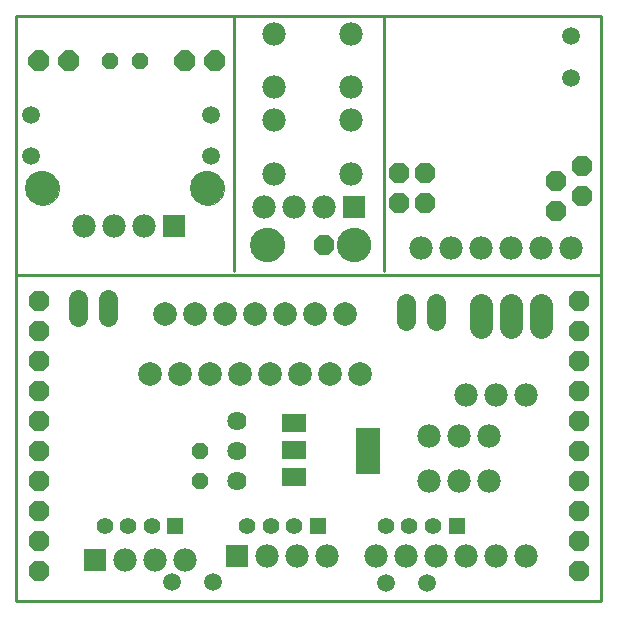
<source format=gbs>
G75*
G70*
%OFA0B0*%
%FSLAX24Y24*%
%IPPOS*%
%LPD*%
%AMOC8*
5,1,8,0,0,1.08239X$1,22.5*
%
%ADD10C,0.0000*%
%ADD11C,0.0100*%
%ADD12C,0.1142*%
%ADD13C,0.0788*%
%ADD14OC8,0.0670*%
%ADD15C,0.0640*%
%ADD16OC8,0.0560*%
%ADD17R,0.0830X0.0630*%
%ADD18R,0.0830X0.1540*%
%ADD19C,0.0640*%
%ADD20OC8,0.0700*%
%ADD21C,0.0780*%
%ADD22R,0.0555X0.0555*%
%ADD23C,0.0555*%
%ADD24C,0.0780*%
%ADD25R,0.0780X0.0780*%
%ADD26C,0.0591*%
D10*
X000750Y000138D02*
X000750Y010995D01*
X020252Y010995D01*
X020252Y000138D01*
X000750Y000138D01*
X000750Y000150D02*
X000750Y019650D01*
X020250Y019650D01*
X020250Y000150D01*
X000750Y000150D01*
X008574Y012025D02*
X008576Y012072D01*
X008582Y012118D01*
X008592Y012164D01*
X008605Y012209D01*
X008623Y012252D01*
X008644Y012294D01*
X008668Y012334D01*
X008696Y012371D01*
X008727Y012406D01*
X008761Y012439D01*
X008797Y012468D01*
X008836Y012494D01*
X008877Y012517D01*
X008920Y012536D01*
X008964Y012552D01*
X009009Y012564D01*
X009055Y012572D01*
X009102Y012576D01*
X009148Y012576D01*
X009195Y012572D01*
X009241Y012564D01*
X009286Y012552D01*
X009330Y012536D01*
X009373Y012517D01*
X009414Y012494D01*
X009453Y012468D01*
X009489Y012439D01*
X009523Y012406D01*
X009554Y012371D01*
X009582Y012334D01*
X009606Y012294D01*
X009627Y012252D01*
X009645Y012209D01*
X009658Y012164D01*
X009668Y012118D01*
X009674Y012072D01*
X009676Y012025D01*
X009674Y011978D01*
X009668Y011932D01*
X009658Y011886D01*
X009645Y011841D01*
X009627Y011798D01*
X009606Y011756D01*
X009582Y011716D01*
X009554Y011679D01*
X009523Y011644D01*
X009489Y011611D01*
X009453Y011582D01*
X009414Y011556D01*
X009373Y011533D01*
X009330Y011514D01*
X009286Y011498D01*
X009241Y011486D01*
X009195Y011478D01*
X009148Y011474D01*
X009102Y011474D01*
X009055Y011478D01*
X009009Y011486D01*
X008964Y011498D01*
X008920Y011514D01*
X008877Y011533D01*
X008836Y011556D01*
X008797Y011582D01*
X008761Y011611D01*
X008727Y011644D01*
X008696Y011679D01*
X008668Y011716D01*
X008644Y011756D01*
X008623Y011798D01*
X008605Y011841D01*
X008592Y011886D01*
X008582Y011932D01*
X008576Y011978D01*
X008574Y012025D01*
X006574Y013900D02*
X006576Y013947D01*
X006582Y013993D01*
X006592Y014039D01*
X006605Y014084D01*
X006623Y014127D01*
X006644Y014169D01*
X006668Y014209D01*
X006696Y014246D01*
X006727Y014281D01*
X006761Y014314D01*
X006797Y014343D01*
X006836Y014369D01*
X006877Y014392D01*
X006920Y014411D01*
X006964Y014427D01*
X007009Y014439D01*
X007055Y014447D01*
X007102Y014451D01*
X007148Y014451D01*
X007195Y014447D01*
X007241Y014439D01*
X007286Y014427D01*
X007330Y014411D01*
X007373Y014392D01*
X007414Y014369D01*
X007453Y014343D01*
X007489Y014314D01*
X007523Y014281D01*
X007554Y014246D01*
X007582Y014209D01*
X007606Y014169D01*
X007627Y014127D01*
X007645Y014084D01*
X007658Y014039D01*
X007668Y013993D01*
X007674Y013947D01*
X007676Y013900D01*
X007674Y013853D01*
X007668Y013807D01*
X007658Y013761D01*
X007645Y013716D01*
X007627Y013673D01*
X007606Y013631D01*
X007582Y013591D01*
X007554Y013554D01*
X007523Y013519D01*
X007489Y013486D01*
X007453Y013457D01*
X007414Y013431D01*
X007373Y013408D01*
X007330Y013389D01*
X007286Y013373D01*
X007241Y013361D01*
X007195Y013353D01*
X007148Y013349D01*
X007102Y013349D01*
X007055Y013353D01*
X007009Y013361D01*
X006964Y013373D01*
X006920Y013389D01*
X006877Y013408D01*
X006836Y013431D01*
X006797Y013457D01*
X006761Y013486D01*
X006727Y013519D01*
X006696Y013554D01*
X006668Y013591D01*
X006644Y013631D01*
X006623Y013673D01*
X006605Y013716D01*
X006592Y013761D01*
X006582Y013807D01*
X006576Y013853D01*
X006574Y013900D01*
X001074Y013900D02*
X001076Y013947D01*
X001082Y013993D01*
X001092Y014039D01*
X001105Y014084D01*
X001123Y014127D01*
X001144Y014169D01*
X001168Y014209D01*
X001196Y014246D01*
X001227Y014281D01*
X001261Y014314D01*
X001297Y014343D01*
X001336Y014369D01*
X001377Y014392D01*
X001420Y014411D01*
X001464Y014427D01*
X001509Y014439D01*
X001555Y014447D01*
X001602Y014451D01*
X001648Y014451D01*
X001695Y014447D01*
X001741Y014439D01*
X001786Y014427D01*
X001830Y014411D01*
X001873Y014392D01*
X001914Y014369D01*
X001953Y014343D01*
X001989Y014314D01*
X002023Y014281D01*
X002054Y014246D01*
X002082Y014209D01*
X002106Y014169D01*
X002127Y014127D01*
X002145Y014084D01*
X002158Y014039D01*
X002168Y013993D01*
X002174Y013947D01*
X002176Y013900D01*
X002174Y013853D01*
X002168Y013807D01*
X002158Y013761D01*
X002145Y013716D01*
X002127Y013673D01*
X002106Y013631D01*
X002082Y013591D01*
X002054Y013554D01*
X002023Y013519D01*
X001989Y013486D01*
X001953Y013457D01*
X001914Y013431D01*
X001873Y013408D01*
X001830Y013389D01*
X001786Y013373D01*
X001741Y013361D01*
X001695Y013353D01*
X001648Y013349D01*
X001602Y013349D01*
X001555Y013353D01*
X001509Y013361D01*
X001464Y013373D01*
X001420Y013389D01*
X001377Y013408D01*
X001336Y013431D01*
X001297Y013457D01*
X001261Y013486D01*
X001227Y013519D01*
X001196Y013554D01*
X001168Y013591D01*
X001144Y013631D01*
X001123Y013673D01*
X001105Y013716D01*
X001092Y013761D01*
X001082Y013807D01*
X001076Y013853D01*
X001074Y013900D01*
X011449Y012025D02*
X011451Y012072D01*
X011457Y012118D01*
X011467Y012164D01*
X011480Y012209D01*
X011498Y012252D01*
X011519Y012294D01*
X011543Y012334D01*
X011571Y012371D01*
X011602Y012406D01*
X011636Y012439D01*
X011672Y012468D01*
X011711Y012494D01*
X011752Y012517D01*
X011795Y012536D01*
X011839Y012552D01*
X011884Y012564D01*
X011930Y012572D01*
X011977Y012576D01*
X012023Y012576D01*
X012070Y012572D01*
X012116Y012564D01*
X012161Y012552D01*
X012205Y012536D01*
X012248Y012517D01*
X012289Y012494D01*
X012328Y012468D01*
X012364Y012439D01*
X012398Y012406D01*
X012429Y012371D01*
X012457Y012334D01*
X012481Y012294D01*
X012502Y012252D01*
X012520Y012209D01*
X012533Y012164D01*
X012543Y012118D01*
X012549Y012072D01*
X012551Y012025D01*
X012549Y011978D01*
X012543Y011932D01*
X012533Y011886D01*
X012520Y011841D01*
X012502Y011798D01*
X012481Y011756D01*
X012457Y011716D01*
X012429Y011679D01*
X012398Y011644D01*
X012364Y011611D01*
X012328Y011582D01*
X012289Y011556D01*
X012248Y011533D01*
X012205Y011514D01*
X012161Y011498D01*
X012116Y011486D01*
X012070Y011478D01*
X012023Y011474D01*
X011977Y011474D01*
X011930Y011478D01*
X011884Y011486D01*
X011839Y011498D01*
X011795Y011514D01*
X011752Y011533D01*
X011711Y011556D01*
X011672Y011582D01*
X011636Y011611D01*
X011602Y011644D01*
X011571Y011679D01*
X011543Y011716D01*
X011519Y011756D01*
X011498Y011798D01*
X011480Y011841D01*
X011467Y011886D01*
X011457Y011932D01*
X011451Y011978D01*
X011449Y012025D01*
D11*
X013000Y011150D02*
X013000Y019650D01*
X020250Y019650D01*
X020250Y011025D01*
X020250Y000150D01*
X000750Y000150D01*
X000750Y011025D01*
X000750Y019650D01*
X013000Y019650D01*
X008000Y019650D02*
X008000Y011150D01*
X000750Y011025D02*
X020250Y011025D01*
D12*
X012000Y012025D03*
X009125Y012025D03*
X007125Y013900D03*
X001625Y013900D03*
D13*
X005726Y009709D03*
X006726Y009709D03*
X007726Y009709D03*
X008726Y009709D03*
X009726Y009709D03*
X010726Y009709D03*
X011726Y009709D03*
X011226Y007709D03*
X010226Y007709D03*
X009226Y007709D03*
X008226Y007709D03*
X007226Y007709D03*
X006226Y007709D03*
X005226Y007709D03*
X012226Y007709D03*
D14*
X011000Y012025D03*
X013500Y013400D03*
X014375Y013400D03*
X014375Y014400D03*
X013500Y014400D03*
X018750Y014150D03*
X018750Y013150D03*
X019625Y013650D03*
X019625Y014650D03*
X019500Y010150D03*
X019500Y009150D03*
X019500Y008150D03*
X019500Y007150D03*
X019500Y006150D03*
X019500Y005150D03*
X019500Y004150D03*
X019500Y003150D03*
X019500Y002150D03*
X019500Y001150D03*
X001500Y001150D03*
X001500Y002150D03*
X001500Y003150D03*
X001500Y004150D03*
X001500Y005150D03*
X001500Y006150D03*
X001500Y007150D03*
X001500Y008150D03*
X001500Y009150D03*
X001500Y010150D03*
D15*
X002803Y010200D02*
X002803Y009600D01*
X003803Y009600D02*
X003803Y010200D01*
X013750Y010075D02*
X013750Y009475D01*
X014750Y009475D02*
X014750Y010075D01*
D16*
X006875Y005150D03*
X006875Y004150D03*
X004875Y018150D03*
X003875Y018150D03*
D17*
X010010Y006060D03*
X010010Y005160D03*
X010010Y004260D03*
D18*
X012490Y005150D03*
D19*
X008125Y005150D03*
X008125Y004150D03*
X008125Y006150D03*
D20*
X007375Y018150D03*
X006375Y018150D03*
X002500Y018150D03*
X001500Y018150D03*
D21*
X016250Y010020D02*
X016250Y009280D01*
X017250Y009280D02*
X017250Y010020D01*
X018250Y010020D02*
X018250Y009280D01*
D22*
X015431Y002650D03*
X010806Y002650D03*
X006056Y002650D03*
D23*
X005269Y002650D03*
X004481Y002650D03*
X003694Y002650D03*
X008444Y002650D03*
X009231Y002650D03*
X010019Y002650D03*
X013069Y002650D03*
X013856Y002650D03*
X014644Y002650D03*
D24*
X014750Y001650D03*
X013750Y001650D03*
X012750Y001650D03*
X011125Y001650D03*
X010125Y001650D03*
X009125Y001650D03*
X006375Y001525D03*
X005375Y001525D03*
X004375Y001525D03*
X014500Y004150D03*
X015500Y004150D03*
X016500Y004150D03*
X016500Y005650D03*
X015500Y005650D03*
X014500Y005650D03*
X015750Y007025D03*
X016750Y007025D03*
X017750Y007025D03*
X017250Y011900D03*
X016250Y011900D03*
X015250Y011900D03*
X014250Y011900D03*
X011905Y014385D03*
X011000Y013275D03*
X010000Y013275D03*
X009000Y013275D03*
X009345Y014385D03*
X009345Y016165D03*
X009345Y017260D03*
X009345Y019040D03*
X011905Y019040D03*
X011905Y017260D03*
X011905Y016165D03*
X018250Y011900D03*
X019250Y011900D03*
X017750Y001650D03*
X016750Y001650D03*
X015750Y001650D03*
X005000Y012650D03*
X004000Y012650D03*
X003000Y012650D03*
D25*
X006000Y012650D03*
X012000Y013275D03*
X008125Y001650D03*
X003375Y001525D03*
D26*
X005936Y000775D03*
X007314Y000775D03*
X013061Y000750D03*
X014439Y000750D03*
X007250Y014961D03*
X007250Y016339D03*
X001250Y016339D03*
X001250Y014961D03*
X019250Y017586D03*
X019250Y018964D03*
M02*

</source>
